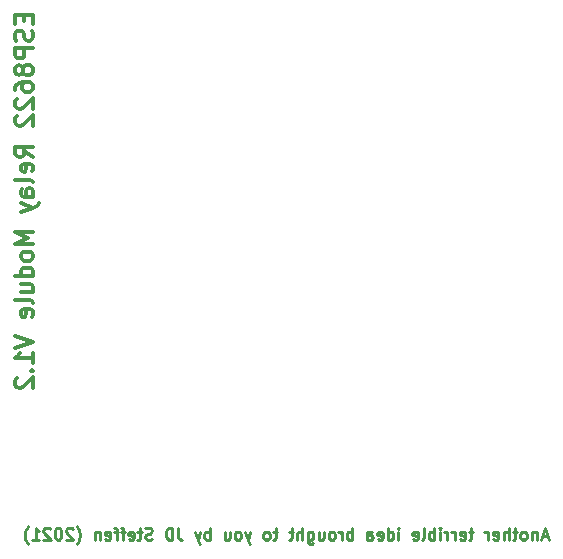
<source format=gbr>
%TF.GenerationSoftware,KiCad,Pcbnew,(5.1.10)-1*%
%TF.CreationDate,2021-06-25T14:15:48-05:00*%
%TF.ProjectId,ESPRelay,45535052-656c-4617-992e-6b696361645f,rev?*%
%TF.SameCoordinates,Original*%
%TF.FileFunction,Legend,Bot*%
%TF.FilePolarity,Positive*%
%FSLAX46Y46*%
G04 Gerber Fmt 4.6, Leading zero omitted, Abs format (unit mm)*
G04 Created by KiCad (PCBNEW (5.1.10)-1) date 2021-06-25 14:15:48*
%MOMM*%
%LPD*%
G01*
G04 APERTURE LIST*
%ADD10C,0.250000*%
%ADD11C,0.300000*%
G04 APERTURE END LIST*
D10*
X129457857Y-129833666D02*
X128981666Y-129833666D01*
X129553095Y-130119380D02*
X129219761Y-129119380D01*
X128886428Y-130119380D01*
X128553095Y-129452714D02*
X128553095Y-130119380D01*
X128553095Y-129547952D02*
X128505476Y-129500333D01*
X128410238Y-129452714D01*
X128267380Y-129452714D01*
X128172142Y-129500333D01*
X128124523Y-129595571D01*
X128124523Y-130119380D01*
X127505476Y-130119380D02*
X127600714Y-130071761D01*
X127648333Y-130024142D01*
X127695952Y-129928904D01*
X127695952Y-129643190D01*
X127648333Y-129547952D01*
X127600714Y-129500333D01*
X127505476Y-129452714D01*
X127362619Y-129452714D01*
X127267380Y-129500333D01*
X127219761Y-129547952D01*
X127172142Y-129643190D01*
X127172142Y-129928904D01*
X127219761Y-130024142D01*
X127267380Y-130071761D01*
X127362619Y-130119380D01*
X127505476Y-130119380D01*
X126886428Y-129452714D02*
X126505476Y-129452714D01*
X126743571Y-129119380D02*
X126743571Y-129976523D01*
X126695952Y-130071761D01*
X126600714Y-130119380D01*
X126505476Y-130119380D01*
X126172142Y-130119380D02*
X126172142Y-129119380D01*
X125743571Y-130119380D02*
X125743571Y-129595571D01*
X125791190Y-129500333D01*
X125886428Y-129452714D01*
X126029285Y-129452714D01*
X126124523Y-129500333D01*
X126172142Y-129547952D01*
X124886428Y-130071761D02*
X124981666Y-130119380D01*
X125172142Y-130119380D01*
X125267380Y-130071761D01*
X125314999Y-129976523D01*
X125314999Y-129595571D01*
X125267380Y-129500333D01*
X125172142Y-129452714D01*
X124981666Y-129452714D01*
X124886428Y-129500333D01*
X124838809Y-129595571D01*
X124838809Y-129690809D01*
X125314999Y-129786047D01*
X124410238Y-130119380D02*
X124410238Y-129452714D01*
X124410238Y-129643190D02*
X124362619Y-129547952D01*
X124314999Y-129500333D01*
X124219761Y-129452714D01*
X124124523Y-129452714D01*
X123172142Y-129452714D02*
X122791190Y-129452714D01*
X123029285Y-129119380D02*
X123029285Y-129976523D01*
X122981666Y-130071761D01*
X122886428Y-130119380D01*
X122791190Y-130119380D01*
X122076904Y-130071761D02*
X122172142Y-130119380D01*
X122362619Y-130119380D01*
X122457857Y-130071761D01*
X122505476Y-129976523D01*
X122505476Y-129595571D01*
X122457857Y-129500333D01*
X122362619Y-129452714D01*
X122172142Y-129452714D01*
X122076904Y-129500333D01*
X122029285Y-129595571D01*
X122029285Y-129690809D01*
X122505476Y-129786047D01*
X121600714Y-130119380D02*
X121600714Y-129452714D01*
X121600714Y-129643190D02*
X121553095Y-129547952D01*
X121505476Y-129500333D01*
X121410238Y-129452714D01*
X121314999Y-129452714D01*
X120981666Y-130119380D02*
X120981666Y-129452714D01*
X120981666Y-129643190D02*
X120934047Y-129547952D01*
X120886428Y-129500333D01*
X120791190Y-129452714D01*
X120695952Y-129452714D01*
X120362619Y-130119380D02*
X120362619Y-129452714D01*
X120362619Y-129119380D02*
X120410238Y-129167000D01*
X120362619Y-129214619D01*
X120314999Y-129167000D01*
X120362619Y-129119380D01*
X120362619Y-129214619D01*
X119886428Y-130119380D02*
X119886428Y-129119380D01*
X119886428Y-129500333D02*
X119791190Y-129452714D01*
X119600714Y-129452714D01*
X119505476Y-129500333D01*
X119457857Y-129547952D01*
X119410238Y-129643190D01*
X119410238Y-129928904D01*
X119457857Y-130024142D01*
X119505476Y-130071761D01*
X119600714Y-130119380D01*
X119791190Y-130119380D01*
X119886428Y-130071761D01*
X118838809Y-130119380D02*
X118934047Y-130071761D01*
X118981666Y-129976523D01*
X118981666Y-129119380D01*
X118076904Y-130071761D02*
X118172142Y-130119380D01*
X118362619Y-130119380D01*
X118457857Y-130071761D01*
X118505476Y-129976523D01*
X118505476Y-129595571D01*
X118457857Y-129500333D01*
X118362619Y-129452714D01*
X118172142Y-129452714D01*
X118076904Y-129500333D01*
X118029285Y-129595571D01*
X118029285Y-129690809D01*
X118505476Y-129786047D01*
X116838809Y-130119380D02*
X116838809Y-129452714D01*
X116838809Y-129119380D02*
X116886428Y-129167000D01*
X116838809Y-129214619D01*
X116791190Y-129167000D01*
X116838809Y-129119380D01*
X116838809Y-129214619D01*
X115934047Y-130119380D02*
X115934047Y-129119380D01*
X115934047Y-130071761D02*
X116029285Y-130119380D01*
X116219761Y-130119380D01*
X116314999Y-130071761D01*
X116362619Y-130024142D01*
X116410238Y-129928904D01*
X116410238Y-129643190D01*
X116362619Y-129547952D01*
X116314999Y-129500333D01*
X116219761Y-129452714D01*
X116029285Y-129452714D01*
X115934047Y-129500333D01*
X115076904Y-130071761D02*
X115172142Y-130119380D01*
X115362619Y-130119380D01*
X115457857Y-130071761D01*
X115505476Y-129976523D01*
X115505476Y-129595571D01*
X115457857Y-129500333D01*
X115362619Y-129452714D01*
X115172142Y-129452714D01*
X115076904Y-129500333D01*
X115029285Y-129595571D01*
X115029285Y-129690809D01*
X115505476Y-129786047D01*
X114172142Y-130119380D02*
X114172142Y-129595571D01*
X114219761Y-129500333D01*
X114314999Y-129452714D01*
X114505476Y-129452714D01*
X114600714Y-129500333D01*
X114172142Y-130071761D02*
X114267380Y-130119380D01*
X114505476Y-130119380D01*
X114600714Y-130071761D01*
X114648333Y-129976523D01*
X114648333Y-129881285D01*
X114600714Y-129786047D01*
X114505476Y-129738428D01*
X114267380Y-129738428D01*
X114172142Y-129690809D01*
X112934047Y-130119380D02*
X112934047Y-129119380D01*
X112934047Y-129500333D02*
X112838809Y-129452714D01*
X112648333Y-129452714D01*
X112553095Y-129500333D01*
X112505476Y-129547952D01*
X112457857Y-129643190D01*
X112457857Y-129928904D01*
X112505476Y-130024142D01*
X112553095Y-130071761D01*
X112648333Y-130119380D01*
X112838809Y-130119380D01*
X112934047Y-130071761D01*
X112029285Y-130119380D02*
X112029285Y-129452714D01*
X112029285Y-129643190D02*
X111981666Y-129547952D01*
X111934047Y-129500333D01*
X111838809Y-129452714D01*
X111743571Y-129452714D01*
X111267380Y-130119380D02*
X111362619Y-130071761D01*
X111410238Y-130024142D01*
X111457857Y-129928904D01*
X111457857Y-129643190D01*
X111410238Y-129547952D01*
X111362619Y-129500333D01*
X111267380Y-129452714D01*
X111124523Y-129452714D01*
X111029285Y-129500333D01*
X110981666Y-129547952D01*
X110934047Y-129643190D01*
X110934047Y-129928904D01*
X110981666Y-130024142D01*
X111029285Y-130071761D01*
X111124523Y-130119380D01*
X111267380Y-130119380D01*
X110076904Y-129452714D02*
X110076904Y-130119380D01*
X110505476Y-129452714D02*
X110505476Y-129976523D01*
X110457857Y-130071761D01*
X110362619Y-130119380D01*
X110219761Y-130119380D01*
X110124523Y-130071761D01*
X110076904Y-130024142D01*
X109172142Y-129452714D02*
X109172142Y-130262238D01*
X109219761Y-130357476D01*
X109267380Y-130405095D01*
X109362619Y-130452714D01*
X109505476Y-130452714D01*
X109600714Y-130405095D01*
X109172142Y-130071761D02*
X109267380Y-130119380D01*
X109457857Y-130119380D01*
X109553095Y-130071761D01*
X109600714Y-130024142D01*
X109648333Y-129928904D01*
X109648333Y-129643190D01*
X109600714Y-129547952D01*
X109553095Y-129500333D01*
X109457857Y-129452714D01*
X109267380Y-129452714D01*
X109172142Y-129500333D01*
X108695952Y-130119380D02*
X108695952Y-129119380D01*
X108267380Y-130119380D02*
X108267380Y-129595571D01*
X108315000Y-129500333D01*
X108410238Y-129452714D01*
X108553095Y-129452714D01*
X108648333Y-129500333D01*
X108695952Y-129547952D01*
X107934047Y-129452714D02*
X107553095Y-129452714D01*
X107791190Y-129119380D02*
X107791190Y-129976523D01*
X107743571Y-130071761D01*
X107648333Y-130119380D01*
X107553095Y-130119380D01*
X106600714Y-129452714D02*
X106219761Y-129452714D01*
X106457857Y-129119380D02*
X106457857Y-129976523D01*
X106410238Y-130071761D01*
X106315000Y-130119380D01*
X106219761Y-130119380D01*
X105743571Y-130119380D02*
X105838809Y-130071761D01*
X105886428Y-130024142D01*
X105934047Y-129928904D01*
X105934047Y-129643190D01*
X105886428Y-129547952D01*
X105838809Y-129500333D01*
X105743571Y-129452714D01*
X105600714Y-129452714D01*
X105505476Y-129500333D01*
X105457857Y-129547952D01*
X105410238Y-129643190D01*
X105410238Y-129928904D01*
X105457857Y-130024142D01*
X105505476Y-130071761D01*
X105600714Y-130119380D01*
X105743571Y-130119380D01*
X104315000Y-129452714D02*
X104076904Y-130119380D01*
X103838809Y-129452714D02*
X104076904Y-130119380D01*
X104172142Y-130357476D01*
X104219761Y-130405095D01*
X104315000Y-130452714D01*
X103315000Y-130119380D02*
X103410238Y-130071761D01*
X103457857Y-130024142D01*
X103505476Y-129928904D01*
X103505476Y-129643190D01*
X103457857Y-129547952D01*
X103410238Y-129500333D01*
X103315000Y-129452714D01*
X103172142Y-129452714D01*
X103076904Y-129500333D01*
X103029285Y-129547952D01*
X102981666Y-129643190D01*
X102981666Y-129928904D01*
X103029285Y-130024142D01*
X103076904Y-130071761D01*
X103172142Y-130119380D01*
X103315000Y-130119380D01*
X102124523Y-129452714D02*
X102124523Y-130119380D01*
X102553095Y-129452714D02*
X102553095Y-129976523D01*
X102505476Y-130071761D01*
X102410238Y-130119380D01*
X102267380Y-130119380D01*
X102172142Y-130071761D01*
X102124523Y-130024142D01*
X100886428Y-130119380D02*
X100886428Y-129119380D01*
X100886428Y-129500333D02*
X100791190Y-129452714D01*
X100600714Y-129452714D01*
X100505476Y-129500333D01*
X100457857Y-129547952D01*
X100410238Y-129643190D01*
X100410238Y-129928904D01*
X100457857Y-130024142D01*
X100505476Y-130071761D01*
X100600714Y-130119380D01*
X100791190Y-130119380D01*
X100886428Y-130071761D01*
X100076904Y-129452714D02*
X99838809Y-130119380D01*
X99600714Y-129452714D02*
X99838809Y-130119380D01*
X99934047Y-130357476D01*
X99981666Y-130405095D01*
X100076904Y-130452714D01*
X98172142Y-129119380D02*
X98172142Y-129833666D01*
X98219761Y-129976523D01*
X98315000Y-130071761D01*
X98457857Y-130119380D01*
X98553095Y-130119380D01*
X97695952Y-130119380D02*
X97695952Y-129119380D01*
X97457857Y-129119380D01*
X97315000Y-129167000D01*
X97219761Y-129262238D01*
X97172142Y-129357476D01*
X97124523Y-129547952D01*
X97124523Y-129690809D01*
X97172142Y-129881285D01*
X97219761Y-129976523D01*
X97315000Y-130071761D01*
X97457857Y-130119380D01*
X97695952Y-130119380D01*
X95981666Y-130071761D02*
X95838809Y-130119380D01*
X95600714Y-130119380D01*
X95505476Y-130071761D01*
X95457857Y-130024142D01*
X95410238Y-129928904D01*
X95410238Y-129833666D01*
X95457857Y-129738428D01*
X95505476Y-129690809D01*
X95600714Y-129643190D01*
X95791190Y-129595571D01*
X95886428Y-129547952D01*
X95934047Y-129500333D01*
X95981666Y-129405095D01*
X95981666Y-129309857D01*
X95934047Y-129214619D01*
X95886428Y-129167000D01*
X95791190Y-129119380D01*
X95553095Y-129119380D01*
X95410238Y-129167000D01*
X95124523Y-129452714D02*
X94743571Y-129452714D01*
X94981666Y-129119380D02*
X94981666Y-129976523D01*
X94934047Y-130071761D01*
X94838809Y-130119380D01*
X94743571Y-130119380D01*
X94029285Y-130071761D02*
X94124523Y-130119380D01*
X94315000Y-130119380D01*
X94410238Y-130071761D01*
X94457857Y-129976523D01*
X94457857Y-129595571D01*
X94410238Y-129500333D01*
X94315000Y-129452714D01*
X94124523Y-129452714D01*
X94029285Y-129500333D01*
X93981666Y-129595571D01*
X93981666Y-129690809D01*
X94457857Y-129786047D01*
X93695952Y-129452714D02*
X93315000Y-129452714D01*
X93553095Y-130119380D02*
X93553095Y-129262238D01*
X93505476Y-129167000D01*
X93410238Y-129119380D01*
X93315000Y-129119380D01*
X93124523Y-129452714D02*
X92743571Y-129452714D01*
X92981666Y-130119380D02*
X92981666Y-129262238D01*
X92934047Y-129167000D01*
X92838809Y-129119380D01*
X92743571Y-129119380D01*
X92029285Y-130071761D02*
X92124523Y-130119380D01*
X92315000Y-130119380D01*
X92410238Y-130071761D01*
X92457857Y-129976523D01*
X92457857Y-129595571D01*
X92410238Y-129500333D01*
X92315000Y-129452714D01*
X92124523Y-129452714D01*
X92029285Y-129500333D01*
X91981666Y-129595571D01*
X91981666Y-129690809D01*
X92457857Y-129786047D01*
X91553095Y-129452714D02*
X91553095Y-130119380D01*
X91553095Y-129547952D02*
X91505476Y-129500333D01*
X91410238Y-129452714D01*
X91267380Y-129452714D01*
X91172142Y-129500333D01*
X91124523Y-129595571D01*
X91124523Y-130119380D01*
X89600714Y-130500333D02*
X89648333Y-130452714D01*
X89743571Y-130309857D01*
X89791190Y-130214619D01*
X89838809Y-130071761D01*
X89886428Y-129833666D01*
X89886428Y-129643190D01*
X89838809Y-129405095D01*
X89791190Y-129262238D01*
X89743571Y-129167000D01*
X89648333Y-129024142D01*
X89600714Y-128976523D01*
X89267380Y-129214619D02*
X89219761Y-129167000D01*
X89124523Y-129119380D01*
X88886428Y-129119380D01*
X88791190Y-129167000D01*
X88743571Y-129214619D01*
X88695952Y-129309857D01*
X88695952Y-129405095D01*
X88743571Y-129547952D01*
X89315000Y-130119380D01*
X88695952Y-130119380D01*
X88076904Y-129119380D02*
X87981666Y-129119380D01*
X87886428Y-129167000D01*
X87838809Y-129214619D01*
X87791190Y-129309857D01*
X87743571Y-129500333D01*
X87743571Y-129738428D01*
X87791190Y-129928904D01*
X87838809Y-130024142D01*
X87886428Y-130071761D01*
X87981666Y-130119380D01*
X88076904Y-130119380D01*
X88172142Y-130071761D01*
X88219761Y-130024142D01*
X88267380Y-129928904D01*
X88315000Y-129738428D01*
X88315000Y-129500333D01*
X88267380Y-129309857D01*
X88219761Y-129214619D01*
X88172142Y-129167000D01*
X88076904Y-129119380D01*
X87362619Y-129214619D02*
X87315000Y-129167000D01*
X87219761Y-129119380D01*
X86981666Y-129119380D01*
X86886428Y-129167000D01*
X86838809Y-129214619D01*
X86791190Y-129309857D01*
X86791190Y-129405095D01*
X86838809Y-129547952D01*
X87410238Y-130119380D01*
X86791190Y-130119380D01*
X85838809Y-130119380D02*
X86410238Y-130119380D01*
X86124523Y-130119380D02*
X86124523Y-129119380D01*
X86219761Y-129262238D01*
X86315000Y-129357476D01*
X86410238Y-129405095D01*
X85505476Y-130500333D02*
X85457857Y-130452714D01*
X85362619Y-130309857D01*
X85315000Y-130214619D01*
X85267380Y-130071761D01*
X85219761Y-129833666D01*
X85219761Y-129643190D01*
X85267380Y-129405095D01*
X85315000Y-129262238D01*
X85362619Y-129167000D01*
X85457857Y-129024142D01*
X85505476Y-128976523D01*
D11*
X85109857Y-85723000D02*
X85109857Y-86223000D01*
X85895571Y-86437285D02*
X85895571Y-85723000D01*
X84395571Y-85723000D01*
X84395571Y-86437285D01*
X85824142Y-87008714D02*
X85895571Y-87223000D01*
X85895571Y-87580142D01*
X85824142Y-87723000D01*
X85752714Y-87794428D01*
X85609857Y-87865857D01*
X85467000Y-87865857D01*
X85324142Y-87794428D01*
X85252714Y-87723000D01*
X85181285Y-87580142D01*
X85109857Y-87294428D01*
X85038428Y-87151571D01*
X84967000Y-87080142D01*
X84824142Y-87008714D01*
X84681285Y-87008714D01*
X84538428Y-87080142D01*
X84467000Y-87151571D01*
X84395571Y-87294428D01*
X84395571Y-87651571D01*
X84467000Y-87865857D01*
X85895571Y-88508714D02*
X84395571Y-88508714D01*
X84395571Y-89080142D01*
X84467000Y-89223000D01*
X84538428Y-89294428D01*
X84681285Y-89365857D01*
X84895571Y-89365857D01*
X85038428Y-89294428D01*
X85109857Y-89223000D01*
X85181285Y-89080142D01*
X85181285Y-88508714D01*
X85038428Y-90223000D02*
X84967000Y-90080142D01*
X84895571Y-90008714D01*
X84752714Y-89937285D01*
X84681285Y-89937285D01*
X84538428Y-90008714D01*
X84467000Y-90080142D01*
X84395571Y-90223000D01*
X84395571Y-90508714D01*
X84467000Y-90651571D01*
X84538428Y-90723000D01*
X84681285Y-90794428D01*
X84752714Y-90794428D01*
X84895571Y-90723000D01*
X84967000Y-90651571D01*
X85038428Y-90508714D01*
X85038428Y-90223000D01*
X85109857Y-90080142D01*
X85181285Y-90008714D01*
X85324142Y-89937285D01*
X85609857Y-89937285D01*
X85752714Y-90008714D01*
X85824142Y-90080142D01*
X85895571Y-90223000D01*
X85895571Y-90508714D01*
X85824142Y-90651571D01*
X85752714Y-90723000D01*
X85609857Y-90794428D01*
X85324142Y-90794428D01*
X85181285Y-90723000D01*
X85109857Y-90651571D01*
X85038428Y-90508714D01*
X84395571Y-92080142D02*
X84395571Y-91794428D01*
X84467000Y-91651571D01*
X84538428Y-91580142D01*
X84752714Y-91437285D01*
X85038428Y-91365857D01*
X85609857Y-91365857D01*
X85752714Y-91437285D01*
X85824142Y-91508714D01*
X85895571Y-91651571D01*
X85895571Y-91937285D01*
X85824142Y-92080142D01*
X85752714Y-92151571D01*
X85609857Y-92223000D01*
X85252714Y-92223000D01*
X85109857Y-92151571D01*
X85038428Y-92080142D01*
X84967000Y-91937285D01*
X84967000Y-91651571D01*
X85038428Y-91508714D01*
X85109857Y-91437285D01*
X85252714Y-91365857D01*
X84538428Y-92794428D02*
X84467000Y-92865857D01*
X84395571Y-93008714D01*
X84395571Y-93365857D01*
X84467000Y-93508714D01*
X84538428Y-93580142D01*
X84681285Y-93651571D01*
X84824142Y-93651571D01*
X85038428Y-93580142D01*
X85895571Y-92723000D01*
X85895571Y-93651571D01*
X84538428Y-94223000D02*
X84467000Y-94294428D01*
X84395571Y-94437285D01*
X84395571Y-94794428D01*
X84467000Y-94937285D01*
X84538428Y-95008714D01*
X84681285Y-95080142D01*
X84824142Y-95080142D01*
X85038428Y-95008714D01*
X85895571Y-94151571D01*
X85895571Y-95080142D01*
X85895571Y-97723000D02*
X85181285Y-97223000D01*
X85895571Y-96865857D02*
X84395571Y-96865857D01*
X84395571Y-97437285D01*
X84467000Y-97580142D01*
X84538428Y-97651571D01*
X84681285Y-97723000D01*
X84895571Y-97723000D01*
X85038428Y-97651571D01*
X85109857Y-97580142D01*
X85181285Y-97437285D01*
X85181285Y-96865857D01*
X85824142Y-98937285D02*
X85895571Y-98794428D01*
X85895571Y-98508714D01*
X85824142Y-98365857D01*
X85681285Y-98294428D01*
X85109857Y-98294428D01*
X84967000Y-98365857D01*
X84895571Y-98508714D01*
X84895571Y-98794428D01*
X84967000Y-98937285D01*
X85109857Y-99008714D01*
X85252714Y-99008714D01*
X85395571Y-98294428D01*
X85895571Y-99865857D02*
X85824142Y-99723000D01*
X85681285Y-99651571D01*
X84395571Y-99651571D01*
X85895571Y-101080142D02*
X85109857Y-101080142D01*
X84967000Y-101008714D01*
X84895571Y-100865857D01*
X84895571Y-100580142D01*
X84967000Y-100437285D01*
X85824142Y-101080142D02*
X85895571Y-100937285D01*
X85895571Y-100580142D01*
X85824142Y-100437285D01*
X85681285Y-100365857D01*
X85538428Y-100365857D01*
X85395571Y-100437285D01*
X85324142Y-100580142D01*
X85324142Y-100937285D01*
X85252714Y-101080142D01*
X84895571Y-101651571D02*
X85895571Y-102008714D01*
X84895571Y-102365857D02*
X85895571Y-102008714D01*
X86252714Y-101865857D01*
X86324142Y-101794428D01*
X86395571Y-101651571D01*
X85895571Y-104080142D02*
X84395571Y-104080142D01*
X85467000Y-104580142D01*
X84395571Y-105080142D01*
X85895571Y-105080142D01*
X85895571Y-106008714D02*
X85824142Y-105865857D01*
X85752714Y-105794428D01*
X85609857Y-105723000D01*
X85181285Y-105723000D01*
X85038428Y-105794428D01*
X84967000Y-105865857D01*
X84895571Y-106008714D01*
X84895571Y-106223000D01*
X84967000Y-106365857D01*
X85038428Y-106437285D01*
X85181285Y-106508714D01*
X85609857Y-106508714D01*
X85752714Y-106437285D01*
X85824142Y-106365857D01*
X85895571Y-106223000D01*
X85895571Y-106008714D01*
X85895571Y-107794428D02*
X84395571Y-107794428D01*
X85824142Y-107794428D02*
X85895571Y-107651571D01*
X85895571Y-107365857D01*
X85824142Y-107223000D01*
X85752714Y-107151571D01*
X85609857Y-107080142D01*
X85181285Y-107080142D01*
X85038428Y-107151571D01*
X84967000Y-107223000D01*
X84895571Y-107365857D01*
X84895571Y-107651571D01*
X84967000Y-107794428D01*
X84895571Y-109151571D02*
X85895571Y-109151571D01*
X84895571Y-108508714D02*
X85681285Y-108508714D01*
X85824142Y-108580142D01*
X85895571Y-108723000D01*
X85895571Y-108937285D01*
X85824142Y-109080142D01*
X85752714Y-109151571D01*
X85895571Y-110080142D02*
X85824142Y-109937285D01*
X85681285Y-109865857D01*
X84395571Y-109865857D01*
X85824142Y-111223000D02*
X85895571Y-111080142D01*
X85895571Y-110794428D01*
X85824142Y-110651571D01*
X85681285Y-110580142D01*
X85109857Y-110580142D01*
X84967000Y-110651571D01*
X84895571Y-110794428D01*
X84895571Y-111080142D01*
X84967000Y-111223000D01*
X85109857Y-111294428D01*
X85252714Y-111294428D01*
X85395571Y-110580142D01*
X84395571Y-112865857D02*
X85895571Y-113365857D01*
X84395571Y-113865857D01*
X85895571Y-115151571D02*
X85895571Y-114294428D01*
X85895571Y-114723000D02*
X84395571Y-114723000D01*
X84609857Y-114580142D01*
X84752714Y-114437285D01*
X84824142Y-114294428D01*
X85752714Y-115794428D02*
X85824142Y-115865857D01*
X85895571Y-115794428D01*
X85824142Y-115723000D01*
X85752714Y-115794428D01*
X85895571Y-115794428D01*
X84538428Y-116437285D02*
X84467000Y-116508714D01*
X84395571Y-116651571D01*
X84395571Y-117008714D01*
X84467000Y-117151571D01*
X84538428Y-117223000D01*
X84681285Y-117294428D01*
X84824142Y-117294428D01*
X85038428Y-117223000D01*
X85895571Y-116365857D01*
X85895571Y-117294428D01*
M02*

</source>
